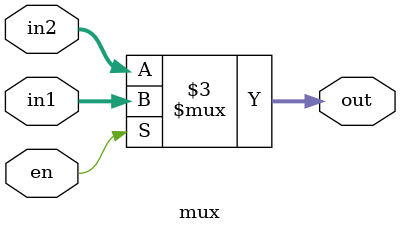
<source format=sv>
module mux(
	input logic [31:0] in1, in2, 
	input logic en,
	output logic [31:0] out);

	always_comb begin
		if(en) 
			out = in1;
		else
			out = in2;
	end
endmodule
</source>
